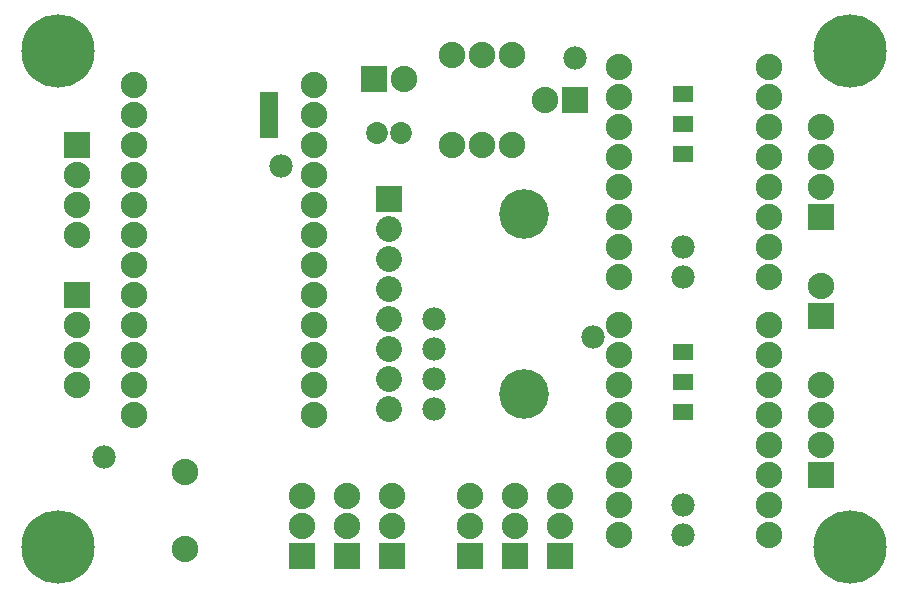
<source format=gts>
G04 ---------------------------- Layer name :TOP SOLDER LAYER*
G04 easyEDA 0.1*
G04 Scale: 100 percent, Rotated: No, Reflected: No *
G04 Dimensions in inches *
G04 leading zeros omitted , absolute positions ,2 integer and 4 * 
%FSLAX24Y24*%
%MOIN*%
G90*
G70D02*

%ADD11C,0.088000*%
%ADD13C,0.073000*%
%ADD15C,0.078000*%
%ADD17R,0.088000X0.088000*%
%ADD19R,0.033000X0.058000*%
%ADD20C,0.165480*%
%ADD22R,0.064000X0.053000*%
%ADD23C,0.244220*%

%LPD*%
G54D11*
G01X12600Y12100D02*
G01X12600Y12100D01*
G01X12600Y11100D02*
G01X12600Y11100D01*
G01X12600Y10100D02*
G01X12600Y10100D01*
G01X12600Y9100D02*
G01X12600Y9100D01*
G01X12600Y8100D02*
G01X12600Y8100D01*
G01X12600Y7100D02*
G01X12600Y7100D01*
G01X12600Y6100D02*
G01X12600Y6100D01*
G54D13*
G01X13000Y15300D03*
G01X12211Y15300D03*
G54D15*
G01X9000Y14200D03*
G01X19400Y8500D03*
G01X3100Y4500D03*
G01X18800Y17800D03*
G01X14100Y6100D03*
G01X14100Y7100D03*
G01X14100Y8100D03*
G01X14100Y9100D03*
G01X22400Y11500D03*
G01X22400Y10500D03*
G01X22400Y2900D03*
G01X22400Y1900D03*
G54D17*
G01X12100Y17100D03*
G54D11*
G01X13100Y17100D03*
G54D17*
G01X12700Y1200D03*
G54D11*
G01X12700Y2200D03*
G01X12700Y3200D03*
G54D17*
G01X16800Y1200D03*
G54D11*
G01X16800Y2200D03*
G01X16800Y3200D03*
G54D17*
G01X18300Y1200D03*
G54D11*
G01X18300Y2200D03*
G01X18300Y3200D03*
G54D19*
G01X22580Y16600D03*
G01X22219Y16600D03*
G01X22580Y15600D03*
G01X22219Y15600D03*
G01X22580Y14600D03*
G01X22219Y14600D03*
G01X22580Y8000D03*
G01X22219Y8000D03*
G01X22580Y7000D03*
G01X22219Y7000D03*
G01X22580Y6000D03*
G01X22219Y6000D03*
G54D11*
G01X16700Y14900D03*
G01X16700Y17900D03*
G01X5800Y1419D03*
G01X5800Y3980D03*
G01X14700Y14900D03*
G01X14700Y17900D03*
G01X15700Y17900D03*
G01X15700Y14900D03*
G54D17*
G01X11200Y1200D03*
G54D11*
G01X11200Y2200D03*
G01X11200Y3200D03*
G54D17*
G01X9700Y1200D03*
G54D11*
G01X9700Y2200D03*
G01X9700Y3200D03*
G01X4100Y16900D03*
G01X4100Y15900D03*
G01X4100Y14900D03*
G01X4100Y13900D03*
G01X4100Y12900D03*
G01X4100Y11900D03*
G01X4100Y10900D03*
G01X4100Y9900D03*
G01X4100Y8900D03*
G01X4100Y7900D03*
G01X4100Y6900D03*
G01X4100Y5900D03*
G01X10100Y5900D03*
G01X10100Y6900D03*
G01X10100Y7900D03*
G01X10100Y8900D03*
G01X10100Y9900D03*
G01X10100Y10900D03*
G01X10100Y11900D03*
G01X10100Y12900D03*
G01X10100Y13900D03*
G01X10100Y14900D03*
G01X10100Y15900D03*
G01X10100Y16900D03*
G54D17*
G01X27000Y12500D03*
G54D11*
G01X27000Y13500D03*
G01X27000Y14500D03*
G01X27000Y15500D03*
G54D17*
G01X27000Y3900D03*
G54D11*
G01X27000Y4900D03*
G01X27000Y5900D03*
G01X27000Y6900D03*
G54D17*
G01X2200Y9900D03*
G54D11*
G01X2200Y8900D03*
G01X2200Y7900D03*
G01X2200Y6900D03*
G01X25250Y15500D03*
G01X25250Y16500D03*
G01X25250Y17500D03*
G01X25250Y14500D03*
G01X25250Y13500D03*
G01X25250Y12500D03*
G01X25250Y11500D03*
G01X25250Y10500D03*
G01X20250Y10500D03*
G01X20250Y11500D03*
G01X20250Y12500D03*
G01X20250Y13500D03*
G01X20250Y14500D03*
G01X20250Y15500D03*
G01X20250Y16500D03*
G01X20250Y17500D03*
G01X25250Y6900D03*
G01X25250Y7900D03*
G01X25250Y8900D03*
G01X25250Y5900D03*
G01X25250Y4900D03*
G01X25250Y3900D03*
G01X25250Y2900D03*
G01X25250Y1900D03*
G01X20250Y1900D03*
G01X20250Y2900D03*
G01X20250Y3900D03*
G01X20250Y4900D03*
G01X20250Y5900D03*
G01X20250Y6900D03*
G01X20250Y7900D03*
G01X20250Y8900D03*
G54D17*
G01X12600Y13100D03*
G54D20*
G01X17100Y12600D03*
G01X17100Y6600D03*
G54D17*
G01X18800Y16400D03*
G54D11*
G01X17800Y16400D03*
G54D17*
G01X27000Y9200D03*
G54D11*
G01X27000Y10200D03*
G54D17*
G01X15300Y1200D03*
G54D11*
G01X15300Y2200D03*
G01X15300Y3200D03*
G54D17*
G01X2200Y14900D03*
G54D11*
G01X2200Y13900D03*
G01X2200Y12900D03*
G01X2200Y11900D03*
G54D22*
G01X8600Y15390D03*
G01X8600Y15900D03*
G01X8600Y16409D03*
G54D23*
G01X1575Y18025D03*
G01X27952Y18025D03*
G01X27952Y1490D03*
G01X1575Y1490D03*

M00*
M02*
</source>
